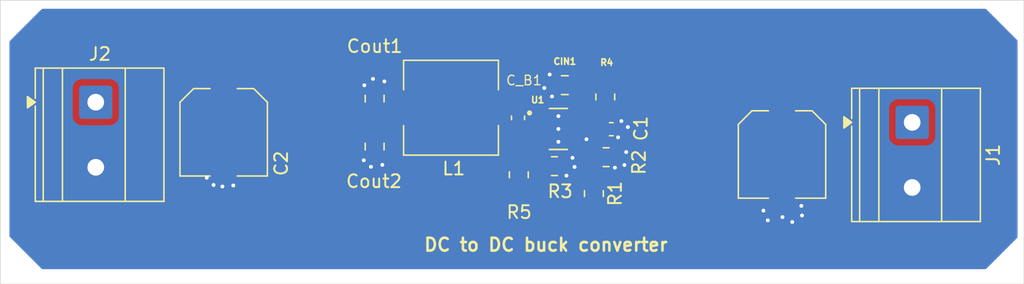
<source format=kicad_pcb>
(kicad_pcb (version 20241229) (generator "pcbnew") (generator_version "9.0")
  (layers (0 "F.Cu" signal) (2 "B.Cu" signal) (13 "F.Paste" user) (15 "B.Paste" user) (5 "F.SilkS" user "F.Silkscreen") (7 "B.SilkS" user "B.Silkscreen") (1 "F.Mask" user) (3 "B.Mask" user) (25 "Edge.Cuts" user))
  (net 0 "")
  (net 1 "GND")
  (net 2 "Net-(U1-EN)")
  (net 3 "/Vout")
  (net 4 "/Vin")
  (net 5 "Net-(C_boot1-Pad2)")
  (net 6 "Net-(U1-BOOT)")
  (net 7 "Net-(U1-FB)")
  (net 8 "Net-(U1-RT)")
  (net 9 "Net-(U1-PG)")
  (footprint "Capacitor_SMD:C_Elec_6.3x5.4" (layer "F.Cu") (at 172.05 90.11 -90)
    (property "Reference" "CIN_Bulk1" (hide yes))
    (property "Value" "47uf 25v" (hide yes))
    (fp_line (start -2.345563 3.41) (end 3.41 3.41) (stroke (width 0.12)) (layer "F.SilkS"))
    (fp_line (start 3.41 3.41) (end 3.41 1.06) (stroke (width 0.12)) (layer "F.SilkS"))
    (fp_line (start -3.41 2.345563) (end -2.345563 3.41) (stroke (width 0.12)) (layer "F.SilkS"))
    (fp_line (start -3.41 2.345563) (end -3.41 1.06) (stroke (width 0.12)) (layer "F.SilkS"))
    (fp_line (start -3.41 -2.345563) (end -3.41 -1.06) (stroke (width 0.12)) (layer "F.SilkS"))
    (fp_line (start -3.41 -2.345563) (end -2.345563 -3.41) (stroke (width 0.12)) (layer "F.SilkS"))
    (fp_line (start -2.345563 -3.41) (end 3.41 -3.41) (stroke (width 0.12)) (layer "F.SilkS"))
    (fp_line (start 3.41 -3.41) (end 3.41 -1.06) (stroke (width 0.12)) (layer "F.SilkS"))
    (pad "1" smd roundrect (at -2.5375 0 270) (size 3.325 1.6) (layers "F.Cu" "F.Mask" "F.Paste") (roundrect_rratio 0.15625) (net 4 "/Vin"))
    (pad "2" smd roundrect (at 2.5375 0 270) (size 3.325 1.6) (layers "F.Cu" "F.Mask" "F.Paste") (roundrect_rratio 0.15625) (net 1 "GND"))
  )
  (footprint "Resistor_SMD:R_0805_2012Metric" (layer "F.Cu") (at 158.26 85.62 -90)
    (property "Reference" "R4" (at -2.689 -0.109 180) (layer "F.SilkS") (effects (font (size 0.5 0.5) (thickness 0.125))))
    (property "Value" "100k" (hide yes))
    (fp_line (start -0.227064 0.735) (end 0.227064 0.735) (stroke (width 0.12)) (layer "F.SilkS"))
    (fp_line (start -0.227064 -0.735) (end 0.227064 -0.735) (stroke (width 0.12)) (layer "F.SilkS"))
    (pad "1" smd roundrect (at -0.9125 0 270) (size 1.025 1.4) (layers "F.Cu" "F.Mask" "F.Paste") (roundrect_rratio 0.243902) (net 4 "/Vin"))
    (pad "2" smd roundrect (at 0.9125 0 270) (size 1.025 1.4) (layers "F.Cu" "F.Mask" "F.Paste") (roundrect_rratio 0.243902) (net 2 "Net-(U1-EN)"))
  )
  (footprint "Capacitor_SMD:C_0805_2012Metric" (layer "F.Cu") (at 140.26 89.49 -90)
    (property "Reference" "Cout2" (at 2.712 0.052 180) (layer "F.SilkS"))
    (property "Value" "22uf 16v" (hide yes))
    (fp_line (start -0.261252 0.735) (end 0.261252 0.735) (stroke (width 0.12)) (layer "F.SilkS"))
    (fp_line (start -0.261252 -0.735) (end 0.261252 -0.735) (stroke (width 0.12)) (layer "F.SilkS"))
    (pad "1" smd roundrect (at -0.95 0 270) (size 1 1.45) (layers "F.Cu" "F.Mask" "F.Paste") (net 3 "/Vout"))
    (pad "2" smd roundrect (at 0.95 0 270) (size 1 1.45) (layers "F.Cu" "F.Mask" "F.Paste") (net 1 "GND"))
  )
  (footprint "TerminalBlock_Phoenix:TerminalBlock_Phoenix_MKDS-1,5-2-5.08_1x02_P5.08mm_Horizontal" (layer "F.Cu") (at 118.4975 86.03 -90)
    (property "Reference" "J2" (at -3.7594 -0.3237 180) (layer "F.SilkS"))
    (property "Value" "Screw_Terminal_01x02" (hide yes))
    (fp_line (start -2.66 4.72) (end -2.66 -5.32) (stroke (width 0.12)) (layer "F.SilkS"))
    (fp_line (start -0.3 4.72) (end -2.66 4.72) (stroke (width 0.12)) (layer "F.SilkS"))
    (fp_line (start 7.74 4.72) (end 0.3 4.72) (stroke (width 0.12)) (layer "F.SilkS"))
    (fp_line (start -2.66 4.1) (end 7.74 4.1) (stroke (width 0.12)) (layer "F.SilkS"))
    (fp_line (start -2.66 2.6) (end 7.74 2.6) (stroke (width 0.12)) (layer "F.SilkS"))
    (fp_line (start -2.66 -2.3) (end 7.74 -2.3) (stroke (width 0.12)) (layer "F.SilkS"))
    (fp_line (start -2.66 -5.32) (end 7.74 -5.32) (stroke (width 0.12)) (layer "F.SilkS"))
    (fp_line (start 7.74 -5.32) (end 7.74 4.72) (stroke (width 0.12)) (layer "F.SilkS"))
    (fp_poly (pts (xy 0 4.72) (xy 0.44 5.33) (xy -0.44 5.33)) (stroke (width 0.12)) (fill yes) (layer "F.SilkS"))
    (pad "1" thru_hole roundrect (at 0 0 270) (size 2.6 2.6) (drill 1.3) (layers "*.Cu" "*.Mask") (roundrect_rratio 0.096154) (net 3 "/Vout"))
    (pad "2" thru_hole circle (at 5.08 0 270) (size 2.6 2.6) (drill 1.3) (layers "*.Cu" "*.Mask") (net 1 "GND"))
  )
  (footprint "Resistor_SMD:R_0805_2012Metric" (layer "F.Cu") (at 157.37 93.1625 -90)
    (property "Reference" "R1" (at 0 -1.65 90) (layer "F.SilkS"))
    (property "Value" "85k" (hide yes))
    (fp_line (start -0.227064 0.735) (end 0.227064 0.735) (stroke (width 0.12)) (layer "F.SilkS"))
    (fp_line (start -0.227064 -0.735) (end 0.227064 -0.735) (stroke (width 0.12)) (layer "F.SilkS"))
    (pad "1" smd roundrect (at -0.9125 0 270) (size 1.025 1.4) (layers "F.Cu" "F.Mask" "F.Paste") (roundrect_rratio 0.243902) (net 7 "Net-(U1-FB)"))
    (pad "2" smd roundrect (at 0.9125 0 270) (size 1.025 1.4) (layers "F.Cu" "F.Mask" "F.Paste") (roundrect_rratio 0.243902) (net 3 "/Vout"))
  )
  (footprint "Resistor_SMD:R_0805_2012Metric" (layer "F.Cu") (at 151.511 91.694 -90)
    (property "Reference" "R5" (at 2.921 -0.0254 180) (layer "F.SilkS"))
    (property "Value" "10k" (hide yes))
    (fp_line (start -0.227064 0.735) (end 0.227064 0.735) (stroke (width 0.12)) (layer "F.SilkS"))
    (fp_line (start -0.227064 -0.735) (end 0.227064 -0.735) (stroke (width 0.12)) (layer "F.SilkS"))
    (pad "1" smd roundrect (at -0.9125 0 270) (size 1.025 1.4) (layers "F.Cu" "F.Mask" "F.Paste") (roundrect_rratio 0.243902) (net 9 "Net-(U1-PG)"))
    (pad "2" smd roundrect (at 0.9125 0 270) (size 1.025 1.4) (layers "F.Cu" "F.Mask" "F.Paste") (roundrect_rratio 0.243902) (net 3 "/Vout"))
  )
  (footprint "lm:CONV_LMR51450SDRRR" (layer "F.Cu") (at 154.6 88.12)
    (property "Reference" "U1" (at -1.6158 -2.268 0) (layer "F.SilkS") (effects (font (size 0.5 0.5) (thickness 0.125))))
    (property "Value" "LMR51450SDRRR" (hide yes))
    (fp_line (start -0.7 -1.6) (end 0.7 -1.6) (stroke (width 0.127)) (layer "F.SilkS"))
    (fp_line (start -0.7 1.6) (end 0.7 1.6) (stroke (width 0.127)) (layer "F.SilkS"))
    (fp_circle (center -2.25 -1.25) (end -2.15 -1.25) (stroke (width 0.2)) (fill no) (layer "F.SilkS"))
    (pad "1" smd roundrect (at -1.39 -1.25) (size 0.62 0.25) (layers "F.Cu" "F.Paste") (roundrect_rratio 0.2) (net 5 "Net-(C_boot1-Pad2)"))
    (pad "2" smd roundrect (at -1.39 -0.75) (size 0.62 0.25) (layers "F.Cu" "F.Paste") (roundrect_rratio 0.2) (net 5 "Net-(C_boot1-Pad2)"))
    (pad "3" smd roundrect (at -1.39 -0.25) (size 0.62 0.25) (layers "F.Cu" "F.Paste") (roundrect_rratio 0.2) (net 5 "Net-(C_boot1-Pad2)"))
    (pad "4" smd roundrect (at -1.39 0.25) (size 0.62 0.25) (layers "F.Cu" "F.Paste") (roundrect_rratio 0.2) (net 6 "Net-(U1-BOOT)"))
    (pad "5" smd roundrect (at -1.39 0.75) (size 0.62 0.25) (layers "F.Cu" "F.Paste") (roundrect_rratio 0.2) (net 9 "Net-(U1-PG)"))
    (pad "6" smd roundrect (at -1.39 1.25) (size 0.62 0.25) (layers "F.Cu" "F.Paste") (roundrect_rratio 0.2) (net 8 "Net-(U1-RT)"))
    (pad "7" smd roundrect (at 1.39 1.25) (size 0.62 0.25) (layers "F.Cu" "F.Paste") (roundrect_rratio 0.2) (net 7 "Net-(U1-FB)"))
    (pad "8" smd roundrect (at 1.39 0.75) (size 0.62 0.25) (layers "F.Cu" "F.Paste") (roundrect_rratio 0.2) (net 1 "GND"))
    (pad "9" smd roundrect (at 1.39 0.25) (size 0.62 0.25) (layers "F.Cu" "F.Paste") (roundrect_rratio 0.2) (net 2 "Net-(U1-EN)"))
    (pad "10" smd roundrect (at 1.39 -0.25) (size 0.62 0.25) (layers "F.Cu" "F.Paste") (roundrect_rratio 0.2) (net 4 "/Vin"))
    (pad "11" smd roundrect (at 1.39 -0.75) (size 0.62 0.25) (layers "F.Cu" "F.Paste") (roundrect_rratio 0.2) (net 4 "/Vin"))
    (pad "12" smd roundrect (at 1.39 -1.25) (size 0.62 0.25) (layers "F.Cu" "F.Paste") (roundrect_rratio 0.2) (net 4 "/Vin"))
    (pad "13" smd custom (at 0 0) (size 0.5 0.5) (layers "F.Cu") (net 1 "GND") (options (clearance outline) (anchor rect)) (primitives (gr_poly (pts (xy -0.65 -1.2) (xy -0.65 1.2) (xy -0.65 1.203) (xy -0.65 1.205) (xy -0.649 1.208) (xy -0.649 1.21) (xy -0.648 1.213) (xy -0.648 1.215) (xy -0.647 1.218) (xy -0.646 1.22) (xy -0.645 1.223) (xy -0.643 1.225) (xy -0.642 1.227) (xy -0.64 1.229) (xy -0.639 1.231) (xy -0.637 1.233) (xy -0.635 1.235) (xy -0.633 1.237) (xy -0.631 1.239) (xy -0.629 1.24) (xy -0.627 1.242) (xy -0.625 1.243) (xy -0.623 1.245) (xy -0.62 1.246) (xy -0.618 1.247) (xy -0.615 1.248) (xy -0.613 1.248) (xy -0.61 1.249) (xy -0.608 1.249) (xy -0.605 1.25) (xy -0.603 1.25) (xy -0.6 1.25) (xy 0.6 1.25) (xy 0.603 1.25) (xy 0.605 1.25) (xy 0.608 1.249) (xy 0.61 1.249) (xy 0.613 1.248) (xy 0.615 1.248) (xy 0.618 1.247) (xy 0.62 1.246) (xy 0.623 1.245) (xy 0.625 1.243) (xy 0.627 1.242) (xy 0.629 1.24) (xy 0.631 1.239) (xy 0.633 1.237) (xy 0.635 1.235) (xy 0.637 1.233) (xy 0.639 1.231) (xy 0.64 1.229) (xy 0.642 1.227) (xy 0.643 1.225) (xy 0.645 1.223) (xy 0.646 1.22) (xy 0.647 1.218) (xy 0.648 1.215) (xy 0.648 1.213) (xy 0.649 1.21) (xy 0.649 1.208) (xy 0.65 1.205) (xy 0.65 1.203) (xy 0.65 1.2) (xy 0.65 -1.2) (xy 0.65 -1.203) (xy 0.65 -1.205) (xy 0.649 -1.208) (xy 0.649 -1.21) (xy 0.648 -1.213) (xy 0.648 -1.215) (xy 0.647 -1.218) (xy 0.646 -1.22) (xy 0.645 -1.223) (xy 0.643 -1.225) (xy 0.642 -1.227) (xy 0.64 -1.229) (xy 0.639 -1.231) (xy 0.637 -1.233) (xy 0.635 -1.235) (xy 0.633 -1.237) (xy 0.631 -1.239) (xy 0.629 -1.24) (xy 0.627 -1.242) (xy 0.625 -1.243) (xy 0.623 -1.245) (xy 0.62 -1.246) (xy 0.618 -1.247) (xy 0.615 -1.248) (xy 0.613 -1.248) (xy 0.61 -1.249) (xy 0.608 -1.249) (xy 0.605 -1.25) (xy 0.603 -1.25) (xy 0.6 -1.25) (xy -0.6 -1.25) (xy -0.603 -1.25) (xy -0.605 -1.25) (xy -0.608 -1.249) (xy -0.61 -1.249) (xy -0.613 -1.248) (xy -0.615 -1.248) (xy -0.618 -1.247) (xy -0.62 -1.246) (xy -0.623 -1.245) (xy -0.625 -1.243) (xy -0.627 -1.242) (xy -0.629 -1.24) (xy -0.631 -1.239) (xy -0.633 -1.237) (xy -0.635 -1.235) (xy -0.637 -1.233) (xy -0.639 -1.231) (xy -0.64 -1.229) (xy -0.642 -1.227) (xy -0.643 -1.225) (xy -0.645 -1.223) (xy -0.646 -1.22) (xy -0.647 -1.218) (xy -0.648 -1.215) (xy -0.648 -1.213) (xy -0.649 -1.21) (xy -0.649 -1.208) (xy -0.65 -1.205) (xy -0.65 -1.203) (xy -0.65 -1.2)) (width 0.01) (fill yes))))
    (pad "14" thru_hole circle (at 0 -1) (size 0.6 0.6) (drill 0.3) (layers "*.Cu") (net 1 "GND"))
    (pad "15" thru_hole circle (at 0 0) (size 0.6 0.6) (drill 0.3) (layers "*.Cu") (net 1 "GND"))
    (pad "16" thru_hole circle (at 0 1) (size 0.6 0.6) (drill 0.3) (layers "*.Cu") (net 1 "GND"))
  )
  (footprint "Capacitor_SMD:C_0805_2012Metric" (layer "F.Cu") (at 155.1 84.7 180)
    (property "Reference" "CIN1" (at 0 1.85 0) (layer "F.SilkS") (effects (font (size 0.5 0.5) (thickness 0.125))))
    (property "Value" "10 µF 25 V" (hide yes))
    (fp_line (start -0.261252 0.735) (end 0.261252 0.735) (stroke (width 0.12)) (layer "F.SilkS"))
    (fp_line (start -0.261252 -0.735) (end 0.261252 -0.735) (stroke (width 0.12)) (layer "F.SilkS"))
    (pad "1" smd roundrect (at -0.95 0 180) (size 1 1.45) (layers "F.Cu" "F.Mask" "F.Paste") (net 4 "/Vin"))
    (pad "2" smd roundrect (at 0.95 0 180) (size 1 1.45) (layers "F.Cu" "F.Mask" "F.Paste") (net 1 "GND"))
  )
  (footprint "Resistor_SMD:R_0805_2012Metric" (layer "F.Cu") (at 158.32 90.32)
    (property "Reference" "R2" (at 2.57 0.4 90) (layer "F.SilkS"))
    (property "Value" "10k" (hide yes))
    (fp_line (start -0.227064 -0.735) (end 0.227064 -0.735) (stroke (width 0.12)) (layer "F.SilkS"))
    (fp_line (start -0.227064 0.735) (end 0.227064 0.735) (stroke (width 0.12)) (layer "F.SilkS"))
    (pad "1" smd roundrect (at -0.9125 0) (size 1.025 1.4) (layers "F.Cu" "F.Mask" "F.Paste") (roundrect_rratio 0.243902) (net 7 "Net-(U1-FB)"))
    (pad "2" smd roundrect (at 0.9125 0) (size 1.025 1.4) (layers "F.Cu" "F.Mask" "F.Paste") (roundrect_rratio 0.243902) (net 1 "GND"))
  )
  (footprint "Resistor_SMD:R_0805_2012Metric" (layer "F.Cu") (at 154.29 91.02)
    (property "Reference" "R3" (at 0.4468 1.9694 0) (layer "F.SilkS"))
    (property "Value" "21.5k" (hide yes))
    (fp_line (start -0.227064 -0.735) (end 0.227064 -0.735) (stroke (width 0.12)) (layer "F.SilkS"))
    (fp_line (start -0.227064 0.735) (end 0.227064 0.735) (stroke (width 0.12)) (layer "F.SilkS"))
    (pad "1" smd roundrect (at -0.9125 0) (size 1.025 1.4) (layers "F.Cu" "F.Mask" "F.Paste") (roundrect_rratio 0.243902) (net 8 "Net-(U1-RT)"))
    (pad "2" smd roundrect (at 0.9125 0) (size 1.025 1.4) (layers "F.Cu" "F.Mask" "F.Paste") (roundrect_rratio 0.243902) (net 1 "GND"))
  )
  (footprint "Capacitor_SMD:C_0603_1608Metric" (layer "F.Cu") (at 151.45 87.249 90)
    (property "Reference" "C_B1" (at 2.921 0.4674 180) (layer "F.SilkS") (effects (font (size 0.75 0.75) (thickness 0.1) (bold yes))))
    (property "Value" "0.1uf 50v" (hide yes))
    (fp_line (start -0.14058 -0.51) (end 0.14058 -0.51) (stroke (width 0.12)) (layer "F.SilkS"))
    (fp_line (start -0.14058 0.51) (end 0.14058 0.51) (stroke (width 0.12)) (layer "F.SilkS"))
    (pad "1" smd roundrect (at -0.775 0 90) (size 0.9 0.95) (layers "F.Cu" "F.Mask" "F.Paste") (net 6 "Net-(U1-BOOT)"))
    (pad "2" smd roundrect (at 0.775 0 90) (size 0.9 0.95) (layers "F.Cu" "F.Mask" "F.Paste") (net 5 "Net-(C_boot1-Pad2)"))
  )
  (footprint "Capacitor_SMD:C_0805_2012Metric" (layer "F.Cu") (at 140.26 85.75 90)
    (property "Reference" "Cout1" (at 4.089 0 180) (layer "F.SilkS"))
    (property "Value" "22uf 16v" (hide yes))
    (fp_line (start -0.261252 -0.735) (end 0.261252 -0.735) (stroke (width 0.12)) (layer "F.SilkS"))
    (fp_line (start -0.261252 0.735) (end 0.261252 0.735) (stroke (width 0.12)) (layer "F.SilkS"))
    (pad "1" smd roundrect (at -0.95 0 90) (size 1 1.45) (layers "F.Cu" "F.Mask" "F.Paste") (net 3 "/Vout"))
    (pad "2" smd roundrect (at 0.95 0 90) (size 1 1.45) (layers "F.Cu" "F.Mask" "F.Paste") (net 1 "GND"))
  )
  (footprint "Capacitor_SMD:C_Elec_6.3x7.7" (layer "F.Cu") (at 128.48 88.38 -90)
    (property "Reference" "C2" (at 2.425 -4.489 90) (layer "F.SilkS"))
    (property "Value" "100uf 16v" (hide yes))
    (fp_line (start -2.345563 3.41) (end 3.41 3.41) (stroke (width 0.12)) (layer "F.SilkS"))
    (fp_line (start 3.41 3.41) (end 3.41 1.06) (stroke (width 0.12)) (layer "F.SilkS"))
    (fp_line (start -3.41 2.345563) (end -2.345563 3.41) (stroke (width 0.12)) (layer "F.SilkS"))
    (fp_line (start -3.41 2.345563) (end -3.41 1.06) (stroke (width 0.12)) (layer "F.SilkS"))
    (fp_line (start -3.41 -2.345563) (end -3.41 -1.06) (stroke (width 0.12)) (layer "F.SilkS"))
    (fp_line (start -3.41 -2.345563) (end -2.345563 -3.41) (stroke (width 0.12)) (layer "F.SilkS"))
    (fp_line (start -2.345563 -3.41) (end 3.41 -3.41) (stroke (width 0.12)) (layer "F.SilkS"))
    (fp_line (start 3.41 -3.41) (end 3.41 -1.06) (stroke (width 0.12)) (layer "F.SilkS"))
    (pad "1" smd roundrect (at -2.5375 0 270) (size 3.325 1.6) (layers "F.Cu" "F.Mask" "F.Paste") (roundrect_rratio 0.15625) (net 3 "/Vout"))
    (pad "2" smd roundrect (at 2.5375 0 270) (size 3.325 1.6) (layers "F.Cu" "F.Mask" "F.Paste") (roundrect_rratio 0.15625) (net 1 "GND"))
  )
  (footprint "Capacitor_SMD:C_0603_1608Metric" (layer "F.Cu") (at 158.73 88.138)
    (property "Reference" "C1" (at 2.306 -0.055 90) (layer "F.SilkS"))
    (property "Value" "10nf" (hide yes))
    (fp_line (start -0.14058 -0.51) (end 0.14058 -0.51) (stroke (width 0.12)) (layer "F.SilkS"))
    (fp_line (start -0.14058 0.51) (end 0.14058 0.51) (stroke (width 0.12)) (layer "F.SilkS"))
    (pad "1" smd roundrect (at -0.775 0) (size 0.9 0.95) (layers "F.Cu" "F.Mask" "F.Paste") (net 2 "Net-(U1-EN)"))
    (pad "2" smd roundrect (at 0.775 0) (size 0.9 0.95) (layers "F.Cu" "F.Mask" "F.Paste") (net 1 "GND"))
  )
  (footprint "Inductor_SMD:L_7.3x7.3_H3.5" (layer "F.Cu") (at 146.22 86.46 180)
    (property "Reference" "L1" (at -0.211 -4.7514 0) (layer "F.SilkS"))
    (property "Value" "5.6uH")
    (fp_line (start 3.7 3.7) (end -3.7 3.7) (stroke (width 0.12)) (layer "F.SilkS"))
    (fp_line (start 3.7 1.4) (end 3.7 3.7) (stroke (width 0.12)) (layer "F.SilkS"))
    (fp_line (start 3.7 -3.7) (end 3.7 -1.4) (stroke (width 0.12)) (layer "F.SilkS"))
    (fp_line (start -3.7 3.7) (end -3.7 1.4) (stroke (width 0.12)) (layer "F.SilkS"))
    (fp_line (start -3.7 -1.4) (end -3.7 -3.7) (stroke (width 0.12)) (layer "F.SilkS"))
    (fp_line (start -3.7 -3.7) (end 3.7 -3.7) (stroke (width 0.12)) (layer "F.SilkS"))
    (pad "1" smd rect (at -3.2 0 180) (size 1.5 2.2) (layers "F.Cu" "F.Mask" "F.Paste") (net 5 "Net-(C_boot1-Pad2)"))
    (pad "2" smd rect (at 3.2 0 180) (size 1.5 2.2) (layers "F.Cu" "F.Mask" "F.Paste") (net 3 "/Vout"))
  )
  (footprint "TerminalBlock_Phoenix:TerminalBlock_Phoenix_MKDS-1,5-2-5.08_1x02_P5.08mm_Horizontal" (layer "F.Cu") (at 182.2075 87.605 -90)
    (property "Reference" "J1" (at 2.54 -6.32 90) (layer "F.SilkS"))
    (property "Value" "Screw_Terminal_01x02" (hide yes))
    (fp_line (start -2.66 4.72) (end -2.66 -5.32) (stroke (width 0.12)) (layer "F.SilkS"))
    (fp_line (start -0.3 4.72) (end -2.66 4.72) (stroke (width 0.12)) (layer "F.SilkS"))
    (fp_line (start 7.74 4.72) (end 0.3 4.72) (stroke (width 0.12)) (layer "F.SilkS"))
    (fp_line (start -2.66 4.1) (end 7.74 4.1) (stroke (width 0.12)) (layer "F.SilkS"))
    (fp_line (start -2.66 2.6) (end 7.74 2.6) (stroke (width 0.12)) (layer "F.SilkS"))
    (fp_line (start -2.66 -2.3) (end 7.74 -2.3) (stroke (width 0.12)) (layer "F.SilkS"))
    (fp_line (start -2.66 -5.32) (end 7.74 -5.32) (stroke (width 0.12)) (layer "F.SilkS"))
    (fp_line (start 7.74 -5.32) (end 7.74 4.72) (stroke (width 0.12)) (layer "F.SilkS"))
    (fp_poly (pts (xy 0 4.72) (xy 0.44 5.33) (xy -0.44 5.33)) (stroke (width 0.12)) (fill yes) (layer "F.SilkS"))
    (pad "1" thru_hole roundrect (at 0 0 270) (size 2.6 2.6) (drill 1.3) (layers "*.Cu" "*.Mask") (roundrect_rratio 0.096154) (net 4 "/Vin"))
    (pad "2" thru_hole circle (at 5.08 0 270) (size 2.6 2.6) (drill 1.3) (layers "*.Cu" "*.Mask") (net 1 "GND"))
  )
  (gr_rect (start 111.05 78.08) (end 190.93 100.22) (stroke (width 0.05)) (fill no) (layer "Edge.Cuts"))
  (gr_text "DC to DC buck converter" (at 144.018 97.7392 0) (layer "F.SilkS") (effects (font (size 1 1) (thickness 0.2) (bold yes)) (justify left bottom)))
  (segment (start 155.35 88.87) (end 154.6 88.12) (width 0.2) (layer "F.Cu") (net 1))
  (segment (start 172.0875 92.685) (end 172.05 92.6475) (width 1.5) (layer "F.Cu") (net 1))
  (segment (start 155.99 88.87) (end 155.35 88.87) (width 0.2) (layer "F.Cu") (net 1))
  (segment (start 156.74015 88.87) (end 156.79015 88.92) (width 0.2) (layer "F.Cu") (net 1))
  (segment (start 182.2075 92.685) (end 172.0875 92.685) (width 1.5) (layer "F.Cu") (net 1))
  (segment (start 118.4975 91.11) (end 128.2875 91.11) (width 1.5) (layer "F.Cu") (net 1))
  (segment (start 128.2875 91.11) (end 128.48 90.9175) (width 1.5) (layer "F.Cu") (net 1))
  (segment (start 155.99 88.87) (end 156.74015 88.87) (width 0.2) (layer "F.Cu") (net 1))
  (via (at 159.01 91.14) (size 0.6) (drill 0.3) (layers "F.Cu" "B.Cu") (net 1))
  (via (at 155.23 91.76) (size 0.6) (drill 0.3) (layers "F.Cu" "B.Cu") (net 1))
  (via (at 159.512 87.503) (size 0.6) (drill 0.3) (layers "F.Cu" "B.Cu") (net 1))
  (via (at 129.23 92.53) (size 0.6) (drill 0.3) (layers "F.Cu" "B.Cu") (net 1))
  (via (at 139.41 90.56) (size 0.6) (drill 0.3) (layers "F.Cu" "B.Cu") (net 1))
  (via (at 140.86 90.92) (size 0.6) (drill 0.3) (layers "F.Cu" "B.Cu") (net 1))
  (via (at 139.97 91.07) (size 0.6) (drill 0.3) (layers "F.Cu" "B.Cu") (net 1))
  (via (at 173.609 94.869) (size 0.6) (drill 0.3) (layers "F.Cu" "B.Cu") (net 1))
  (via (at 160.02 87.97) (size 0.6) (drill 0.3) (layers "F.Cu" "B.Cu") (net 1))
  (via (at 159.75 90.93) (size 0.6) (drill 0.3) (layers "F.Cu" "B.Cu") (net 1))
  (via (at 154.1 85.58) (size 0.6) (drill 0.3) (layers "F.Cu" "B.Cu") (net 1))
  (via (at 153.92 83.87) (size 0.6) (drill 0.3) (layers "F.Cu" "B.Cu") (net 1))
  (via (at 128.38 92.61) (size 0.6) (drill 0.3) (layers "F.Cu" "B.Cu") (net 1))
  (via (at 127.16 91.93) (size 0.6) (drill 0.3) (layers "F.Cu" "B.Cu") (net 1))
  (via (at 141.02 84.41) (size 0.6) (drill 0.3) (layers "F.Cu" "B.Cu") (net 1))
  (via (at 156.79015 88.92) (size 0.5) (drill 0.3) (layers "F.Cu" "B.Cu") (net 1))
  (via (at 155.7 90.37) (size 0.6) (drill 0.3) (layers "F.Cu" "B.Cu") (net 1))
  (via (at 127.69 92.49) (size 0.6) (drill 0.3) (layers "F.Cu" "B.Cu") (net 1))
  (via (at 140.13 84.21) (size 0.6) (drill 0.3) (layers "F.Cu" "B.Cu") (net 1))
  (via (at 159.258 88.773) (size 0.6) (drill 0.3) (layers "F.Cu" "B.Cu") (net 1))
  (via (at 153.5 84.92) (size 0.6) (drill 0.3) (layers "F.Cu" "B.Cu") (net 1))
  (via (at 172.847 95.377) (size 0.6) (drill 0.3) (layers "F.Cu" "B.Cu") (net 1))
  (via (at 172.085 94.996) (size 0.6) (drill 0.3) (layers "F.Cu" "B.Cu") (net 1))
  (via (at 159.89 89.92) (size 0.6) (drill 0.3) (layers "F.Cu" "B.Cu") (net 1))
  (via (at 173.56 94.12) (size 0.6) (drill 0.3) (layers "F.Cu" "B.Cu") (net 1))
  (via (at 139.46 84.71) (size 0.6) (drill 0.3) (layers "F.Cu" "B.Cu") (net 1))
  (via (at 155.86 91.08) (size 0.6) (drill 0.3) (layers "F.Cu" "B.Cu") (net 1))
  (via (at 170.6 94.488) (size 0.6) (drill 0.3) (layers "F.Cu" "B.Cu") (net 1))
  (via (at 170.942 95.25) (size 0.6) (drill 0.3) (layers "F.Cu" "B.Cu") (net 1))
  (segment (start 157.723 88.37) (end 157.955 88.138) (width 0.2) (layer "F.Cu") (net 2))
  (segment (start 157.955 86.8375) (end 158.26 86.5325) (width 0.3) (layer "F.Cu") (net 2))
  (segment (start 157.905 88.37) (end 157.955 88.32) (width 0.2) (layer "F.Cu") (net 2))
  (segment (start 157.955 88.12) (end 157.955 86.8375) (width 0.3) (layer "F.Cu") (net 2))
  (segment (start 155.99 88.37) (end 157.723 88.37) (width 0.2) (layer "F.Cu") (net 2))
  (segment (start 157.705 88.37) (end 157.955 88.12) (width 0.3) (layer "F.Cu") (net 2))
  (segment (start 143.5165 92.6065) (end 151.511 92.6065) (width 0.5) (layer "F.Cu") (net 3))
  (segment (start 153.915 94.075) (end 152.4465 92.6065) (width 0.5) (layer "F.Cu") (net 3))
  (segment (start 143.02 92.11) (end 143.5165 92.6065) (width 0.5) (layer "F.Cu") (net 3))
  (segment (start 140.26 86.7) (end 129.3375 86.7) (width 1) (layer "F.Cu") (net 3))
  (segment (start 129.3375 86.7) (end 128.48 85.8425) (width 1) (layer "F.Cu") (net 3))
  (segment (start 152.4465 92.6065) (end 151.511 92.6065) (width 0.5) (layer "F.Cu") (net 3))
  (segment (start 157.37 94.075) (end 153.915 94.075) (width 0.5) (layer "F.Cu") (net 3))
  (segment (start 118.4975 86.03) (end 128.2925 86.03) (width 1.5) (layer "F.Cu") (net 3))
  (segment (start 140.26 86.7) (end 142.78 86.7) (width 1) (layer "F.Cu") (net 3))
  (segment (start 140.26 86.7) (end 140.26 88.54) (width 1) (layer "F.Cu") (net 3))
  (segment (start 142.78 86.7) (end 143.02 86.46) (width 1) (layer "F.Cu") (net 3))
  (segment (start 128.2925 86.03) (end 128.48 85.8425) (width 1.5) (layer "F.Cu") (net 3))
  (segment (start 143.02 86.46) (end 143.02 92.11) (width 0.5) (layer "F.Cu") (net 3))
  (segment (start 155.99 84.76) (end 156.05 84.7) (width 0.2) (layer "F.Cu") (net 4))
  (segment (start 158.26 84.7075) (end 156.0575 84.7075) (width 0.8) (layer "F.Cu") (net 4))
  (segment (start 155.99 87.37) (end 155.99 86.87) (width 0.2) (layer "F.Cu") (net 4))
  (segment (start 165.8875 84.7075) (end 158.26 84.7075) (width 0.8) (layer "F.Cu") (net 4))
  (segment (start 155.99 87.87) (end 155.99 87.37) (width 0.2) (layer "F.Cu") (net 4))
  (segment (start 182.2075 87.605) (end 172.0825 87.605) (width 1.5) (layer "F.Cu") (net 4))
  (segment (start 168.7725 87.5725) (end 172.05 87.5725) (width 0.8) (layer "F.Cu") (net 4))
  (segment (start 155.99 86.87) (end 155.99 84.76) (width 0.2) (layer "F.Cu") (net 4))
  (segment (start 172.0825 87.605) (end 172.05 87.5725) (width 1.5) (layer "F.Cu") (net 4))
  (segment (start 165.8975 84.6975) (end 168.7725 87.5725) (width 0.8) (layer "F.Cu") (net 4))
  (segment (start 165.8975 84.6975) (end 165.8875 84.7075) (width 0.8) (layer "F.Cu") (net 4))
  (segment (start 156.0575 84.7075) (end 156.05 84.7) (width 1) (layer "F.Cu") (net 4))
  (segment (start 153.21 86.87) (end 153.21 87.87) (width 0.2) (layer "F.Cu") (net 5))
  (segment (start 152.133 86.474) (end 152.529 86.87) (width 0.2) (layer "F.Cu") (net 5))
  (segment (start 152.529 86.87) (end 153.21 86.87) (width 0.2) (layer "F.Cu") (net 5))
  (segment (start 149.42 86.46) (end 151.255 86.46) (width 0.8) (layer "F.Cu") (net 5))
  (segment (start 151.45 86.474) (end 152.133 86.474) (width 0.2) (layer "F.Cu") (net 5))
  (segment (start 151.796 88.37) (end 153.21 88.37) (width 0.2) (layer "F.Cu") (net 6))
  (segment (start 151.45 88.024) (end 151.796 88.37) (width 0.2) (layer "F.Cu") (net 6))
  (segment (start 155.99 89.37) (end 156.4575 89.37) (width 0.2) (layer "F.Cu") (net 7))
  (segment (start 157.4075 90.32) (end 157.4075 92.2125) (width 0.3) (layer "F.Cu") (net 7))
  (segment (start 156.4575 89.37) (end 157.4075 90.32) (width 0.2) (layer "F.Cu") (net 7))
  (segment (start 157.4075 92.2125) (end 157.37 92.25) (width 0.3) (layer "F.Cu") (net 7))
  (segment (start 153.21 89.37) (end 153.21 90.8525) (width 0.2) (layer "F.Cu") (net 8))
  (segment (start 153.21 90.8525) (end 153.3775 91.02) (width 0.2) (layer "F.Cu") (net 8))
  (segment (start 151.511 89.789) (end 152.43 88.87) (width 0.2) (layer "F.Cu") (net 9))
  (segment (start 151.511 90.7815) (end 151.511 89.789) (width 0.2) (layer "F.Cu") (net 9))
  (segment (start 152.43 88.87) (end 153.21 88.87) (width 0.2) (layer "F.Cu") (net 9))
  (zone (net 4) (net_name "/Vin") (layer "F.Cu") (connect_pads yes (clearance 0.5)) (min_thickness 0.25) (fill yes (thermal_gap 0.5) (thermal_bridge_width 0.5))
    (polygon (pts (xy 155.067 83.693) (xy 182.322956 83.622214) (xy 184.892956 86.192214) (xy 184.892956 88.122214) (xy 182.952956 90.062214) (xy 167.502956 90.062214) (xy 163.102956 85.662214) (xy 157.558028 85.597428) (xy 156.807904 85.470989) (xy 155.956 85.776653) (xy 155.046944 85.353773)))
  )
  (zone (net 1) (net_name "GND") (layer "F.Cu") (priority 3) (connect_pads yes (clearance 0.5)) (min_thickness 0.25) (fill yes (thermal_gap 0.5) (thermal_bridge_width 0.5))
    (polygon (pts (xy 170.688 90.678) (xy 173.101 90.678) (xy 174.117 91.694) (xy 174.117 95.123) (xy 173.355 95.885) (xy 170.815 95.885) (xy 170.053 95.123) (xy 170.053 91.313)))
  )
  (zone (net 3) (net_name "/Vout") (layer "F.Cu") (priority 1) (connect_pads yes (clearance 0.5)) (min_thickness 0.25) (fill yes (thermal_gap 0.5) (thermal_bridge_width 0.5))
    (polygon (pts (xy 116.32 84.02) (xy 125.15 84.02) (xy 125.91 83.63) (xy 125.863962 83.69) (xy 130.68 83.69) (xy 132.65 85.66) (xy 141.57 85.66) (xy 142.28 84.95) (xy 142.52 84.74) (xy 143.98 84.67) (xy 144.4 85.09) (xy 144.4 87.76) (xy 142.76 89.4) (xy 131.05 89.4) (xy 129.77 88.12) (xy 116.46 88.12) (xy 116.37 88.21) (xy 116.31 88.15) (xy 116.31 84) (xy 116.32 84.01)))
  )
  (zone (net 1) (net_name "GND") (layer "F.Cu") (priority 4) (connect_pads yes (clearance 0.5)) (min_thickness 0.25) (fill yes (thermal_gap 0.5) (thermal_bridge_width 0.5))
    (polygon (pts (xy 127.5588 88.9) (xy 129.413 88.9) (xy 130.0226 89.5096) (xy 130.0226 92.6338) (xy 129.413 93.2434) (xy 127.4318 93.2434) (xy 126.8222 92.6338) (xy 126.8222 89.6366)))
  )
  (zone (net 1) (net_name "GND") (layer "B.Cu") (priority 2) (connect_pads yes (clearance 0.5)) (min_thickness 0.25) (fill yes (thermal_gap 0.5) (thermal_bridge_width 0.5))
    (polygon (pts (xy 111.76 81.28) (xy 114.3 78.74) (xy 187.96 78.74) (xy 190.5 81.28) (xy 190.5 96.52) (xy 187.96 99.06) (xy 114.3 99.06) (xy 111.76 96.52)))
  )
)
</source>
